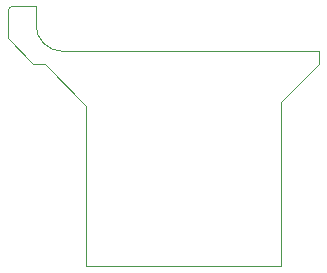
<source format=gm1>
G04 #@! TF.GenerationSoftware,KiCad,Pcbnew,(5.1.0)-1*
G04 #@! TF.CreationDate,2020-06-02T11:48:08-04:00*
G04 #@! TF.ProjectId,NewBaseVP,4e657742-6173-4655-9650-2e6b69636164,rev?*
G04 #@! TF.SameCoordinates,Original*
G04 #@! TF.FileFunction,Profile,NP*
%FSLAX46Y46*%
G04 Gerber Fmt 4.6, Leading zero omitted, Abs format (unit mm)*
G04 Created by KiCad (PCBNEW (5.1.0)-1) date 2020-06-02 11:48:08*
%MOMM*%
%LPD*%
G04 APERTURE LIST*
%ADD10C,0.050000*%
G04 APERTURE END LIST*
D10*
X113900000Y-119600000D02*
G75*
G02X114300000Y-119200000I400000J0D01*
G01*
X117000000Y-124100000D02*
X116000000Y-124100000D01*
X120500000Y-127600000D02*
X117000000Y-124100000D01*
X137000000Y-127300000D02*
X140250000Y-124100000D01*
X137000000Y-141200000D02*
X137000000Y-127300000D01*
X120500000Y-141200000D02*
X137000000Y-141200000D01*
X120500000Y-127600000D02*
X120500000Y-141200000D01*
X113900000Y-121900000D02*
X116000000Y-124100000D01*
X140250000Y-123000000D02*
X140250000Y-124100000D01*
X113900000Y-119600000D02*
X113900000Y-121900000D01*
X116250000Y-119200000D02*
X114300000Y-119200000D01*
X118500000Y-123000000D02*
G75*
G02X116250000Y-120750000I0J2250000D01*
G01*
X116250000Y-119200000D02*
X116250000Y-120750000D01*
X140250000Y-123000000D02*
X118500000Y-123000000D01*
M02*

</source>
